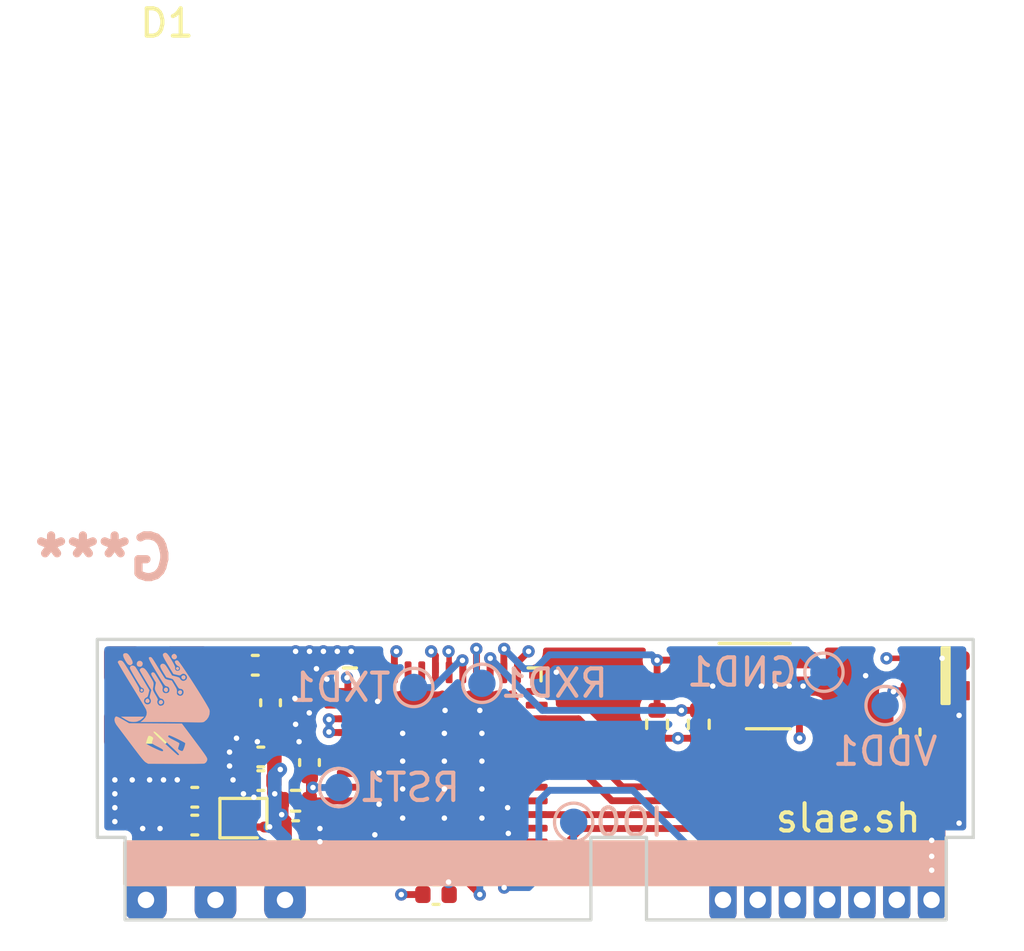
<source format=kicad_pcb>
(kicad_pcb (version 20220815) (generator pcbnew)
  (layers (0 "F.Cu" signal) (1 "In1.Cu" signal) (2 "In2.Cu" signal) (31 "B.Cu" signal) (34 "B.Paste" user) (35 "F.Paste" user) (36 "B.SilkS" user "B.Silkscreen") (37 "F.SilkS" user "F.Silkscreen") (38 "B.Mask" user) (39 "F.Mask" user) (44 "Edge.Cuts" user))
  (net 0 "")
  (net 17 "BOARD_IO4")
  (net 18 "BOARD_IO5")
  (net 21 "SCL")
  (net 23 "SDA")
  (net 29 "GND")
  (net 30 "VIN")
  (net 31 "Net-(U1-U0RXD{slash}IO3)")
  (net 32 "VDD3V3")
  (net 33 "Net-(U1-EN)")
  (net 34 "ESP_ANT")
  (net 35 "Net-(J2-Pin_1)")
  (net 37 "WS2812_DIN")
  (net 38 "Net-(U1-IO0)")
  (net 39 "Net-(U1-U0TXD{slash}IO1)")
  (net 42 "MTDI{slash}IO12")
  (net 44 "BOARD_IO0")
  (net 45 "BOARD_IO1")
  (net 46 "BOARD_IO2")
  (net 47 "BOARD_IO3")
  (footprint "Resistor_SMD:R_0402_1005Metric" (layer "F.Cu") (at 72.898 85.471 -90)
    (fp_text reference "R2" hide)
    (fp_text value "10k")
    (pad "1" smd roundrect (at -0.51 0 270) (size 0.54 0.64) (layers "F.Cu" "F.Paste" "F.Mask") (net 23 "SDA"))
    (pad "2" smd roundrect (at 0.51 0 270) (size 0.54 0.64) (layers "F.Cu" "F.Paste" "F.Mask") (net 32 "VDD3V3"))
  )
  (footprint "Package_DFN_QFN:QFN-48-1EP_7x7mm_P0.5mm_EP5.3x5.3mm" (layer "F.Cu") (at 63.525 87.02)
    (fp_text reference "U1" hide)
    (fp_text value "ESP32-PICO-D4" hide)
    (pad "1" smd roundrect (at -3.45 -2.75) (size 0.8 0.25) (layers "F.Cu" "F.Paste" "F.Mask") (net 32 "VDD3V3"))
    (pad "2" smd roundrect (at -3.45 -2.25) (size 0.8 0.25) (layers "F.Cu" "F.Paste" "F.Mask") (net 34 "ESP_ANT"))
    (pad "3" smd roundrect (at -3.45 -1.75) (size 0.8 0.25) (layers "F.Cu" "F.Paste" "F.Mask") (net 32 "VDD3V3"))
    (pad "4" smd roundrect (at -3.45 -1.25) (size 0.8 0.25) (layers "F.Cu" "F.Paste" "F.Mask") (net 32 "VDD3V3"))
    (pad "5" smd roundrect (at -3.45 -0.75) (size 0.8 0.25) (layers "F.Cu" "F.Paste" "F.Mask"))
    (pad "6" smd roundrect (at -3.45 -0.25) (size 0.8 0.25) (layers "F.Cu" "F.Paste" "F.Mask"))
    (pad "7" smd roundrect (at -3.45 0.25) (size 0.8 0.25) (layers "F.Cu" "F.Paste" "F.Mask"))
    (pad "8" smd roundrect (at -3.45 0.75) (size 0.8 0.25) (layers "F.Cu" "F.Paste" "F.Mask"))
    (pad "9" smd roundrect (at -3.45 1.25) (size 0.8 0.25) (layers "F.Cu" "F.Paste" "F.Mask") (net 33 "Net-(U1-EN)"))
    (pad "10" smd roundrect (at -3.45 1.75) (size 0.8 0.25) (layers "F.Cu" "F.Paste" "F.Mask"))
    (pad "11" smd roundrect (at -3.45 2.25) (size 0.8 0.25) (layers "F.Cu" "F.Paste" "F.Mask"))
    (pad "12" smd roundrect (at -3.45 2.75) (size 0.8 0.25) (layers "F.Cu" "F.Paste" "F.Mask"))
    (pad "13" smd roundrect (at -2.75 3.45) (size 0.25 0.8) (layers "F.Cu" "F.Paste" "F.Mask"))
    (pad "14" smd roundrect (at -2.25 3.45) (size 0.25 0.8) (layers "F.Cu" "F.Paste" "F.Mask"))
    (pad "15" smd roundrect (at -1.75 3.45) (size 0.25 0.8) (layers "F.Cu" "F.Paste" "F.Mask"))
    (pad "16" smd roundrect (at -1.25 3.45) (size 0.25 0.8) (layers "F.Cu" "F.Paste" "F.Mask"))
    (pad "17" smd roundrect (at -0.75 3.45) (size 0.25 0.8) (layers "F.Cu" "F.Paste" "F.Mask"))
    (pad "18" smd roundrect (at -0.25 3.45) (size 0.25 0.8) (layers "F.Cu" "F.Paste" "F.Mask") (net 42 "MTDI{slash}IO12"))
    (pad "19" smd roundrect (at 0.25 3.45) (size 0.25 0.8) (layers "F.Cu" "F.Paste" "F.Mask") (net 32 "VDD3V3"))
    (pad "20" smd roundrect (at 0.75 3.45) (size 0.25 0.8) (layers "F.Cu" "F.Paste" "F.Mask") (net 18 "BOARD_IO5"))
    (pad "21" smd roundrect (at 1.25 3.45) (size 0.25 0.8) (layers "F.Cu" "F.Paste" "F.Mask"))
    (pad "22" smd roundrect (at 1.75 3.45) (size 0.25 0.8) (layers "F.Cu" "F.Paste" "F.Mask"))
    (pad "23" smd roundrect (at 2.25 3.45) (size 0.25 0.8) (layers "F.Cu" "F.Paste" "F.Mask") (net 38 "Net-(U1-IO0)"))
    (pad "24" smd roundrect (at 2.75 3.45) (size 0.25 0.8) (layers "F.Cu" "F.Paste" "F.Mask") (net 17 "BOARD_IO4"))
    (pad "25" smd roundrect (at 3.45 2.75) (size 0.8 0.25) (layers "F.Cu" "F.Paste" "F.Mask"))
    (pad "26" smd roundrect (at 3.45 2.25) (size 0.8 0.25) (layers "F.Cu" "F.Paste" "F.Mask"))
    (pad "27" smd roundrect (at 3.45 1.75) (size 0.8 0.25) (layers "F.Cu" "F.Paste" "F.Mask"))
    (pad "28" smd roundrect (at 3.45 1.25) (size 0.8 0.25) (layers "F.Cu" "F.Paste" "F.Mask"))
    (pad "29" smd roundrect (at 3.45 0.75) (size 0.8 0.25) (layers "F.Cu" "F.Paste" "F.Mask"))
    (pad "30" smd roundrect (at 3.45 0.25) (size 0.8 0.25) (layers "F.Cu" "F.Paste" "F.Mask"))
    (pad "31" smd roundrect (at 3.45 -0.25) (size 0.8 0.25) (layers "F.Cu" "F.Paste" "F.Mask"))
    (pad "32" smd roundrect (at 3.45 -0.75) (size 0.8 0.25) (layers "F.Cu" "F.Paste" "F.Mask") (net 46 "BOARD_IO2"))
    (pad "33" smd roundrect (at 3.45 -1.25) (size 0.8 0.25) (layers "F.Cu" "F.Paste" "F.Mask") (net 45 "BOARD_IO1"))
    (pad "34" smd roundrect (at 3.45 -1.75) (size 0.8 0.25) (layers "F.Cu" "F.Paste" "F.Mask") (net 44 "BOARD_IO0"))
    (pad "35" smd roundrect (at 3.45 -2.25) (size 0.8 0.25) (layers "F.Cu" "F.Paste" "F.Mask"))
    (pad "36" smd roundrect (at 3.45 -2.75) (size 0.8 0.25) (layers "F.Cu" "F.Paste" "F.Mask"))
    (pad "37" smd roundrect (at 2.75 -3.45) (size 0.25 0.8) (layers "F.Cu" "F.Paste" "F.Mask") (net 32 "VDD3V3"))
    (pad "38" smd roundrect (at 2.25 -3.45) (size 0.25 0.8) (layers "F.Cu" "F.Paste" "F.Mask") (net 21 "SCL"))
    (pad "39" smd roundrect (at 1.75 -3.45) (size 0.25 0.8) (layers "F.Cu" "F.Paste" "F.Mask") (net 23 "SDA"))
    (pad "40" smd roundrect (at 1.25 -3.45) (size 0.25 0.8) (layers "F.Cu" "F.Paste" "F.Mask") (net 31 "Net-(U1-U0RXD{slash}IO3)"))
    (pad "41" smd roundrect (at 0.75 -3.45) (size 0.25 0.8) (layers "F.Cu" "F.Paste" "F.Mask") (net 39 "Net-(U1-U0TXD{slash}IO1)"))
    (pad "42" smd roundrect (at 0.25 -3.45) (size 0.25 0.8) (layers "F.Cu" "F.Paste" "F.Mask") (net 37 "WS2812_DIN"))
    (pad "43" smd roundrect (at -0.25 -3.45) (size 0.25 0.8) (layers "F.Cu" "F.Paste" "F.Mask") (net 32 "VDD3V3"))
    (pad "44" smd roundrect (at -0.75 -3.45) (size 0.25 0.8) (layers "F.Cu" "F.Paste" "F.Mask"))
    (pad "45" smd roundrect (at -1.25 -3.45) (size 0.25 0.8) (layers "F.Cu" "F.Paste" "F.Mask"))
    (pad "46" smd roundrect (at -1.75 -3.45) (size 0.25 0.8) (layers "F.Cu" "F.Paste" "F.Mask") (net 32 "VDD3V3"))
    (pad "47" smd roundrect (at -2.25 -3.45) (size 0.25 0.8) (layers "F.Cu" "F.Paste" "F.Mask"))
    (pad "48" smd roundrect (at -2.75 -3.45) (size 0.25 0.8) (layers "F.Cu" "F.Paste" "F.Mask"))
    (pad "49" smd rect (at 0 0) (size 5.3 5.3) (layers "F.Cu" "F.Mask") (net 29 "GND"))
  )
  (footprint "my-stuff:ws2812b-2020" (layer "F.Cu") (at 81.534 83.693)
    (fp_text reference "D1" (at -28.067 -23.852 unlocked) (layer "F.SilkS"))
    (fp_text value "WS2812B-2020")
    (pad "1" smd roundrect (at 0.915 0.55) (size 0.7 0.7) (layers "F.Cu" "F.Paste" "F.Mask") (roundrect_rratio 0.05))
    (pad "2" smd roundrect (at 0.915 -0.55) (size 0.7 0.7) (layers "F.Cu" "F.Paste" "F.Mask") (net 29 "GND"))
    (pad "3" smd roundrect (at -0.915 -0.55) (size 0.7 0.7) (layers "F.Cu" "F.Paste" "F.Mask") (net 37 "WS2812_DIN"))
    (pad "4" smd roundrect (at -0.915 0.55) (size 0.7 0.7) (layers "F.Cu" "F.Paste" "F.Mask") (net 32 "VDD3V3"))
  )
  (footprint "Package_DFN_QFN:OnSemi_XDFN4-1EP_1.0x1.0mm_EP0.52x0.52mm" (layer "F.Cu") (at 56.261 88.9 -90)
    (fp_text reference "U2" hide)
    (fp_text value "NCP167" hide)
    (pad "1" smd custom (at 0.325 -0.485 90) (size 0.26 0.23) (layers "F.Cu" "F.Paste" "F.Mask") (net 32 "VDD3V3") (options (clearance outline) (anchor rect)) (primitives (gr_poly (pts (xy 0.13 -0.115) (xy -0.13 -0.115) (xy -0.13 -0.275) (xy -0.02 -0.275)) (width 0) (fill yes))))
    (pad "2" smd custom (at -0.325 -0.485 90) (size 0.26 0.23) (layers "F.Cu" "F.Paste" "F.Mask") (net 29 "GND") (options (clearance outline) (anchor rect)) (primitives (gr_poly (pts (xy 0.13 -0.115) (xy -0.13 -0.115) (xy 0.02 -0.275) (xy 0.13 -0.275)) (width 0) (fill yes))))
    (pad "3" smd custom (at -0.325 0.485 270) (size 0.26 0.23) (layers "F.Cu" "F.Paste" "F.Mask") (net 30 "VIN") (options (clearance outline) (anchor rect)) (primitives (gr_poly (pts (xy 0.13 -0.115) (xy -0.13 -0.115) (xy -0.13 -0.275) (xy -0.02 -0.275)) (width 0) (fill yes))))
    (pad "4" smd custom (at 0.325 0.485 270) (size 0.26 0.23) (layers "F.Cu" "F.Paste" "F.Mask") (net 30 "VIN") (options (clearance outline) (anchor rect)) (primitives (gr_poly (pts (xy 0.13 -0.115) (xy -0.13 -0.115) (xy 0.02 -0.275) (xy 0.13 -0.275)) (width 0) (fill yes))))
    (pad "5" smd rect (at 0 0 315) (size 0.52 0.52) (layers "F.Cu" "F.Paste" "F.Mask"))
  )
  (footprint "Capacitor_SMD:C_0402_1005Metric" (layer "F.Cu") (at 80.6196 85.7504 -90)
    (fp_text reference "C9" hide)
    (fp_text value "100nF")
    (pad "1" smd roundrect (at -0.48 0 270) (size 0.56 0.62) (layers "F.Cu" "F.Paste" "F.Mask") (net 32 "VDD3V3"))
    (pad "2" smd roundrect (at 0.48 0 270) (size 0.56 0.62) (layers "F.Cu" "F.Paste" "F.Mask") (net 29 "GND"))
  )
  (footprint "my-stuff:inwall-relay-cpu" (layer "F.Cu") (at 51.937 82.6195)
    (fp_text reference "J1" hide)
    (fp_text value "Conn_01x09_Male")
    (fp_poly (pts (xy 0 6.985) (xy -1.016 6.985) (xy -1.016 -0.254) (xy 30.988 -0.254) (xy 30.988 6.985) (xy 30 6.985) (xy 30 10) (xy 19.05 10) (xy 19.05 6.985) (xy 17.018 6.985) (xy 17.018 10) (xy 0 10)) (stroke (width 0.12)) (fill none) (layer "Edge.Cuts"))
    (pad "1" thru_hole roundrect (at 0.762 9.271) (size 1.524 1.5) (drill 0.6) (layers *.Cu *.Mask) (net 29 "GND"))
    (pad "1" thru_hole roundrect (at 29.464 9.271 90) (size 1.5 1) (drill 0.6) (layers *.Cu *.Mask) (net 29 "GND"))
    (pad "2" thru_hole roundrect (at 3.302 9.271) (size 1.524 1.5) (drill 0.6) (layers *.Cu *.Mask) (net 30 "VIN"))
    (pad "3" thru_hole roundrect (at 5.842 9.271) (size 1.524 1.5) (drill 0.6) (layers *.Cu *.Mask) (net 32 "VDD3V3"))
    (pad "4" thru_hole roundrect (at 28.194 9.271 90) (size 1.5 1) (drill 0.6) (layers *.Cu *.Mask) (net 44 "BOARD_IO0"))
    (pad "5" thru_hole roundrect (at 26.924 9.271 90) (size 1.5 1) (drill 0.6) (layers *.Cu *.Mask) (net 45 "BOARD_IO1"))
    (pad "6" thru_hole roundrect (at 25.654 9.271 90) (size 1.5 1) (drill 0.6) (layers *.Cu *.Mask) (net 46 "BOARD_IO2"))
    (pad "7" thru_hole roundrect (at 24.384 9.271 90) (size 1.5 1) (drill 0.6) (layers *.Cu *.Mask) (net 47 "BOARD_IO3"))
    (pad "8" thru_hole roundrect (at 23.114 9.271 90) (size 1.5 1) (drill 0.6) (layers *.Cu *.Mask) (net 17 "BOARD_IO4"))
    (pad "9" thru_hole roundrect (at 21.844 9.271 90) (size 1.5 1) (drill 0.6) (layers *.Cu *.Mask) (net 18 "BOARD_IO5"))
  )
  (footprint "Capacitor_SMD:C_0402_1005Metric" (layer "F.Cu") (at 56.896 87.5284 180)
    (fp_text reference "C2" hide)
    (fp_text value "1uF")
    (pad "1" smd roundrect (at -0.48 0 180) (size 0.56 0.62) (layers "F.Cu" "F.Paste" "F.Mask") (net 32 "VDD3V3"))
    (pad "2" smd roundrect (at 0.48 0 180) (size 0.56 0.62) (layers "F.Cu" "F.Paste" "F.Mask") (net 29 "GND"))
  )
  (footprint "Capacitor_SMD:C_0402_1005Metric" (layer "F.Cu") (at 58.674 86.868 90)
    (fp_text reference "C7" hide)
    (fp_text value "1uF")
    (pad "1" smd roundrect (at -0.48 0 90) (size 0.56 0.62) (layers "F.Cu" "F.Paste" "F.Mask") (net 33 "Net-(U1-EN)"))
    (pad "2" smd roundrect (at 0.48 0 90) (size 0.56 0.62) (layers "F.Cu" "F.Paste" "F.Mask") (net 29 "GND"))
  )
  (footprint "Capacitor_SMD:C_0402_1005Metric" (layer "F.Cu") (at 58.166 89.3572)
    (fp_text reference "C11" hide)
    (fp_text value "100nF")
    (pad "1" smd roundrect (at -0.48 0) (size 0.56 0.62) (layers "F.Cu" "F.Paste" "F.Mask") (net 32 "VDD3V3"))
    (pad "2" smd roundrect (at 0.48 0) (size 0.56 0.62) (layers "F.Cu" "F.Paste" "F.Mask") (net 29 "GND"))
  )
  (footprint "Capacitor_SMD:C_0402_1005Metric" (layer "F.Cu") (at 57.2516 84.6836 -90)
    (fp_text reference "C3" hide)
    (fp_text value "4.3nH" hide)
    (pad "1" smd roundrect (at -0.48 0 270) (size 0.56 0.62) (layers "F.Cu" "F.Paste" "F.Mask") (net 34 "ESP_ANT"))
    (pad "2" smd roundrect (at 0.48 0 270) (size 0.56 0.62) (layers "F.Cu" "F.Paste" "F.Mask") (net 29 "GND"))
  )
  (footprint "Capacitor_SMD:C_0402_1005Metric" (layer "F.Cu") (at 63.2968 91.694 180)
    (fp_text reference "C10" hide)
    (fp_text value "100nF")
    (pad "1" smd roundrect (at -0.48 0 180) (size 0.56 0.62) (layers "F.Cu" "F.Paste" "F.Mask") (net 32 "VDD3V3"))
    (pad "2" smd roundrect (at 0.48 0 180) (size 0.56 0.62) (layers "F.Cu" "F.Paste" "F.Mask") (net 29 "GND"))
  )
  (footprint "Package_TO_SOT_SMD:SOT-23-5" (layer "F.Cu") (at 75.438 84.074)
    (fp_text reference "U3" hide)
    (fp_text value "24AA02-OT")
    (pad "1" smd roundrect (at -1.1375 -0.95) (size 1.325 0.6) (layers "F.Cu" "F.Paste" "F.Mask") (net 21 "SCL"))
    (pad "2" smd roundrect (at -1.1375 0) (size 1.325 0.6) (layers "F.Cu" "F.Paste" "F.Mask") (net 29 "GND"))
    (pad "3" smd roundrect (at -1.1375 0.95) (size 1.325 0.6) (layers "F.Cu" "F.Paste" "F.Mask") (net 23 "SDA"))
    (pad "4" smd roundrect (at 1.1375 0.95) (size 1.325 0.6) (layers "F.Cu" "F.Paste" "F.Mask") (net 32 "VDD3V3"))
    (pad "5" smd roundrect (at 1.1375 -0.95) (size 1.325 0.6) (layers "F.Cu" "F.Paste" "F.Mask"))
  )
  (footprint "Resistor_SMD:R_0402_1005Metric" (layer "F.Cu") (at 71.374 85.471 -90)
    (fp_text reference "R3" hide)
    (fp_text value "10k")
    (pad "1" smd roundrect (at -0.51 0 270) (size 0.54 0.64) (layers "F.Cu" "F.Paste" "F.Mask") (net 21 "SCL"))
    (pad "2" smd roundrect (at 0.51 0 270) (size 0.54 0.64) (layers "F.Cu" "F.Paste" "F.Mask") (net 32 "VDD3V3"))
  )
  (footprint "Inductor_SMD:L_0402_1005Metric" (layer "F.Cu") (at 56.0832 84.6836 90)
    (fp_text reference "C5" hide)
    (fp_text value "C" hide)
    (pad "1" smd roundrect (at -0.485 0 90) (size 0.59 0.64) (layers "F.Cu" "F.Paste" "F.Mask") (net 29 "GND"))
    (pad "2" smd roundrect (at 0.485 0 90) (size 0.59 0.64) (layers "F.Cu" "F.Paste" "F.Mask") (net 35 "Net-(J2-Pin_1)"))
  )
  (footprint "Resistor_SMD:R_0402_1005Metric" (layer "F.Cu") (at 58.166 88.265)
    (fp_text reference "R1" hide)
    (fp_text value "10k")
    (pad "1" smd roundrect (at -0.51 0) (size 0.54 0.64) (layers "F.Cu" "F.Paste" "F.Mask") (net 32 "VDD3V3"))
    (pad "2" smd roundrect (at 0.51 0) (size 0.54 0.64) (layers "F.Cu" "F.Paste" "F.Mask") (net 33 "Net-(U1-EN)"))
  )
  (footprint "Capacitor_SMD:C_0402_1005Metric" (layer "F.Cu") (at 54.483 89.154 180)
    (fp_text reference "C1" hide)
    (fp_text value "1uF")
    (pad "1" smd roundrect (at -0.48 0 180) (size 0.56 0.62) (layers "F.Cu" "F.Paste" "F.Mask") (net 30 "VIN"))
    (pad "2" smd roundrect (at 0.48 0 180) (size 0.56 0.62) (layers "F.Cu" "F.Paste" "F.Mask") (net 29 "GND"))
  )
  (footprint "Capacitor_SMD:C_0402_1005Metric" (layer "F.Cu") (at 56.6928 83.312 180)
    (fp_text reference "C4" hide)
    (fp_text value "0R" hide)
    (pad "1" smd roundrect (at -0.48 0 180) (size 0.56 0.62) (layers "F.Cu" "F.Paste" "F.Mask") (net 34 "ESP_ANT"))
    (pad "2" smd roundrect (at 0.48 0 180) (size 0.56 0.62) (layers "F.Cu" "F.Paste" "F.Mask") (net 35 "Net-(J2-Pin_1)"))
  )
  (footprint "my-stuff:antenna_molex_479480001" (layer "F.Cu") (at 53.017723 84.470324 90)
    (fp_text reference "J2" hide)
    (fp_text value "ANTENNA" hide)
    (pad "" smd roundrect (at -1.175 -1.175 90) (size 1.35 1.35) (layers "F.Cu" "F.Paste" "F.Mask") (roundrect_rratio 0.15))
    (pad "" smd roundrect (at -1.175 1.175 90) (size 1.35 1.35) (layers "F.Cu" "F.Paste" "F.Mask") (roundrect_rratio 0.15))
    (pad "" smd roundrect (at 1.175 -1.175 90) (size 1.35 1.35) (layers "F.Cu" "F.Paste" "F.Mask") (roundrect_rratio 0.15))
    (pad "1" smd roundrect (at 1.175 1.175 90) (size 1.35 1.35) (layers "F.Cu" "F.Paste" "F.Mask") (roundrect_rratio 0.05) (net 35 "Net-(J2-Pin_1)"))
  )
  (footprint "Capacitor_SMD:C_0402_1005Metric" (layer "F.Cu") (at 54.483 88.138 180)
    (fp_text reference "C8" hide)
    (fp_text value "10uF")
    (pad "1" smd roundrect (at -0.48 0 180) (size 0.56 0.62) (layers "F.Cu" "F.Paste" "F.Mask") (net 30 "VIN"))
    (pad "2" smd roundrect (at 0.48 0 180) (size 0.56 0.62) (layers "F.Cu" "F.Paste" "F.Mask") (net 29 "GND"))
  )
  (footprint "Capacitor_SMD:C_0402_1005Metric" (layer "F.Cu") (at 56.896 86.6648 180)
    (fp_text reference "C6" hide)
    (fp_text value "10uF")
    (pad "1" smd roundrect (at -0.48 0 180) (size 0.56 0.62) (layers "F.Cu" "F.Paste" "F.Mask") (net 32 "VDD3V3"))
    (pad "2" smd roundrect (at 0.48 0 180) (size 0.56 0.62) (layers "F.Cu" "F.Paste" "F.Mask") (net 29 "GND"))
  )
  (footprint "TestPoint:TestPoint_Pad_D1.0mm" (layer "B.Cu") (at 64.9732 83.9724 180)
    (fp_text reference "RXD1" (at -2.6416 0) (layer "B.SilkS") (effects (justify mirror)))
    (fp_text value "TestPoint")
    (pad "1" smd circle (at 0 0 180) (size 1 1) (layers "B.Cu" "B.Mask") (net 31 "Net-(U1-U0RXD{slash}IO3)"))
  )
  (footprint "TestPoint:TestPoint_Pad_D1.0mm" (layer "B.Cu") (at 79.7052 84.7852 180)
    (fp_text reference "VDD1" (at 0 -1.6764) (layer "B.SilkS") (effects (justify mirror)))
    (fp_text value "TestPoint")
    (pad "1" smd circle (at 0 0 180) (size 1 1) (layers "B.Cu" "B.Mask") (net 32 "VDD3V3"))
  )
  (footprint "TestPoint:TestPoint_Pad_D1.0mm" (layer "B.Cu") (at 62.484 84.1248 180)
    (fp_text reference "TXD1" (at 2.6924 0) (layer "B.SilkS") (effects (justify mirror)))
    (fp_text value "TestPoint")
    (pad "1" smd circle (at 0 0 180) (size 1 1) (layers "B.Cu" "B.Mask") (net 39 "Net-(U1-U0TXD{slash}IO1)"))
  )
  (footprint "LOGO" (layer "B.Cu") (at 53.2892 84.8868 180)
    (fp_text reference "G***" (at 2.1336 5.4864) (layer "B.SilkS") (effects (font (size 1.524 1.524) (thickness 0.3)) (justify mirror)))
    (fp_text value "LOGO" hide)
  )
  (footprint "TestPoint:TestPoint_Pad_D1.0mm" (layer "B.Cu") (at 59.7408 87.7824 180)
    (fp_text reference "RST1" (at -2.5908 0) (layer "B.SilkS") (effects (justify mirror)))
    (fp_text value "TestPoint")
    (pad "1" smd circle (at 0 0 180) (size 1 1) (layers "B.Cu" "B.Mask") (net 33 "Net-(U1-EN)"))
  )
  (footprint "TestPoint:TestPoint_Pad_D1.0mm" (layer "B.Cu") (at 77.47 83.566 180)
    (fp_text reference "GND1" (at 2.9972 0) (layer "B.SilkS") (effects (justify mirror)))
    (fp_text value "TestPoint")
    (pad "1" smd circle (at 0 0 180) (size 1 1) (layers "B.Cu" "B.Mask") (net 29 "GND"))
  )
  (footprint "TestPoint:TestPoint_Pad_D1.0mm" (layer "B.Cu") (at 68.326 89.0524 180)
    (fp_text reference "IO0" (at -2.032 0) (layer "B.SilkS") (effects (justify mirror)))
    (fp_text value "TestPoint")
    (pad "1" smd circle (at 0 0 180) (size 1 1) (layers "B.Cu" "B.Mask") (net 38 "Net-(U1-IO0)"))
  )
  (gr_poly (pts (xy 51.943 89.789) (xy 59.309 89.789) (xy 67.691 89.789) (xy 81.915 89.789) (xy 81.915 91.313) (xy 51.943 91.313)) (stroke (width 0.15)) (fill solid) (layer "B.SilkS"))
  (gr_poly locked (pts (xy 51.943 89.789) (xy 59.309 89.789) (xy 59.309 91.059) (xy 67.691 91.059) (xy 67.691 89.789) (xy 81.915 89.789) (xy 81.915 91.313) (xy 51.943 91.313)) (stroke (width 0.15)) (fill solid) (layer "F.SilkS"))
  (gr_text "slae.sh" (at 78.359 88.9) (layer "F.SilkS") (effects (font (size 1 1))))
  (segment (start 68.6054 89.281) (end 67.4116 90.4748) (width 0.25) (layer "F.Cu") (net 17))
  (segment (start 73.7362 89.281) (end 68.6054 89.281) (width 0.25) (layer "F.Cu") (net 17))
  (segment (start 75.051 90.5958) (end 73.7362 89.281) (width 0.25) (layer "F.Cu") (net 17))
  (segment (start 75.051 91.8905) (end 75.051 90.5958) (width 0.25) (layer "F.Cu") (net 17))
  (segment (start 67.4116 90.4748) (end 66.2798 90.4748) (width 0.25) (layer "F.Cu") (net 17))
  (segment (start 66.2798 90.4748) (end 66.275 90.47) (width 0.25) (layer "F.Cu") (net 17))
  (segment (start 64.275 90.47) (end 64.275 91.072) (width 0.25) (layer "F.Cu") (net 18))
  (segment (start 64.275 91.072) (end 64.643 91.44) (width 0.25) (layer "F.Cu") (net 18))
  (segment (start 64.643 91.44) (end 64.897 91.694) (width 0.25) (layer "F.Cu") (net 18))
  (via (at 64.897 91.694) (size 0.45) (drill 0.2) (layers "F.Cu" "B.Cu") (net 18))
  (segment (start 64.897 91.694) (end 64.897 91.186) (width 0.25) (layer "B.Cu") (net 18))
  (segment (start 73.781 91.18) (end 73.781 91.8905) (width 0.25) (layer "B.Cu") (net 18))
  (segment (start 70.485 87.884) (end 73.781 91.18) (width 0.25) (layer "B.Cu") (net 18))
  (segment (start 67.056 89.789) (end 67.056 88.265) (width 0.25) (layer "B.Cu") (net 18))
  (segment (start 67.056 88.265) (end 67.437 87.884) (width 0.25) (layer "B.Cu") (net 18))
  (segment (start 64.897 91.186) (end 65.532 90.551) (width 0.25) (layer "B.Cu") (net 18))
  (segment (start 66.294 90.551) (end 67.056 89.789) (width 0.25) (layer "B.Cu") (net 18))
  (segment (start 67.437 87.884) (end 70.485 87.884) (width 0.25) (layer "B.Cu") (net 18))
  (segment (start 65.532 90.551) (end 66.294 90.551) (width 0.25) (layer "B.Cu") (net 18))
  (segment (start 71.374 83.1285) (end 71.374 84.961) (width 0.25) (layer "F.Cu") (net 21))
  (segment (start 65.775 82.726) (end 65.775 83.57) (width 0.25) (layer "F.Cu") (net 21))
  (segment (start 71.374 83.1285) (end 71.3785 83.124) (width 0.25) (layer "F.Cu") (net 21))
  (segment (start 65.786 82.715) (end 65.775 82.726) (width 0.25) (layer "F.Cu") (net 21))
  (segment (start 71.3785 83.124) (end 74.3005 83.124) (width 0.25) (layer "F.Cu") (net 21))
  (via (at 71.374 83.1285) (size 0.45) (drill 0.2) (layers "F.Cu" "B.Cu") (net 21))
  (via (at 65.786 82.715) (size 0.45) (drill 0.2) (layers "F.Cu" "B.Cu") (net 21))
  (segment (start 71.374 83.1285) (end 71.1765 82.931) (width 0.25) (layer "B.Cu") (net 21))
  (segment (start 66.929 83.439) (end 66.51 83.439) (width 0.25) (layer "B.Cu") (net 21))
  (segment (start 71.1765 82.931) (end 67.437 82.931) (width 0.25) (layer "B.Cu") (net 21))
  (segment (start 66.51 83.439) (end 65.786 82.715) (width 0.25) (layer "B.Cu") (net 21))
  (segment (start 67.437 82.931) (end 66.929 83.439) (width 0.25) (layer "B.Cu") (net 21))
  (segment (start 72.263 84.963) (end 74.2395 84.963) (width 0.25) (layer "F.Cu") (net 23))
  (segment (start 65.278 83.058) (end 65.275 83.061) (width 0.25) (layer "F.Cu") (net 23))
  (segment (start 65.275 83.061) (end 65.275 83.57) (width 0.25) (layer "F.Cu") (net 23))
  (segment (start 74.2395 84.963) (end 74.3005 85.024) (width 0.25) (layer "F.Cu") (net 23))
  (via (at 72.263 84.963) (size 0.45) (drill 0.2) (layers "F.Cu" "B.Cu") (net 23))
  (via (at 65.278 83.058) (size 0.45) (drill 0.2) (layers "F.Cu" "B.Cu") (net 23))
  (segment (start 72.263 84.963) (end 67.183 84.963) (width 0.25) (layer "B.Cu") (net 23))
  (segment (start 67.183 84.963) (end 65.278 83.058) (width 0.25) (layer "B.Cu") (net 23))
  (segment (start 56.746 88.575) (end 56.746 88.242) (width 0.25) (layer "F.Cu") (net 29))
  (segment (start 62.8168 91.694) (end 62.0268 91.694) (width 0.25) (layer "F.Cu") (net 29))
  (segment (start 56.0832 85.1686) (end 56.007 85.2448) (width 0.25) (layer "F.Cu") (net 29))
  (segment (start 81.873 83.143) (end 81.788 83.058) (width 0.25) (layer "F.Cu") (net 29))
  (segment (start 57.023 85.852) (end 56.9341 85.9409) (width 0.25) (layer "F.Cu") (net 29))
  (segment (start 57.2516 85.6234) (end 56.9341 85.9409) (width 0.25) (layer "F.Cu") (net 29))
  (segment (start 81.407 88.773) (end 81.534 88.646) (width 1) (layer "F.Cu") (net 29))
  (segment (start 56.746 88.575) (end 56.698 88.575) (width 0.25) (layer "F.Cu") (net 29))
  (segment (start 82.449 83.143) (end 81.873 83.143) (width 0.25) (layer "F.Cu") (net 29))
  (segment (start 56.746 88.369) (end 56.515 88.138) (width 0.25) (layer "F.Cu") (net 29))
  (segment (start 56.515 88.138) (end 56.515 88.011) (width 0.25) (layer "F.Cu") (net 29))
  (segment (start 56.388 88.138) (end 56.261 88.011) (width 0.25) (layer "F.Cu") (net 29))
  (segment (start 56.9341 85.9409) (end 56.769 86.106) (width 0.25) (layer "F.Cu") (net 29))
  (segment (start 58.674 86.388) (end 58.674 86.36) (width 0.25) (layer "F.Cu") (net 29))
  (segment (start 58.674 86.36) (end 58.166 85.852) (width 0.25) (layer "F.Cu") (net 29))
  (segment (start 57.2516 85.1636) (end 57.2516 85.6234) (width 0.25) (layer "F.Cu") (net 29))
  (segment (start 52.699 91.8905) (end 52.699 89.6814) (width 1) (layer "F.Cu") (net 29))
  (segment (start 58.166 85.852) (end 57.023 85.852) (width 0.25) (layer "F.Cu") (net 29))
  (segment (start 56.388 88.011) (end 56.388 87.884) (width 0.25) (layer "F.Cu") (net 29))
  (segment (start 81.407 91.8845) (end 81.407 88.773) (width 1) (layer "F.Cu") (net 29))
  (segment (start 81.401 91.8905) (end 81.407 91.8845) (width 0.25) (layer "F.Cu") (net 29))
  (segment (start 56.388 88.265) (end 56.388 88.138) (width 0.25) (layer "F.Cu") (net 29))
  (segment (start 56.746 88.242) (end 56.746 87.988) (width 0.25) (layer "F.Cu") (net 29))
  (segment (start 56.746 88.575) (end 56.746 88.369) (width 0.25) (layer "F.Cu") (net 29))
  (segment (start 56.698 88.575) (end 56.388 88.265) (width 0.25) (layer "F.Cu") (net 29))
  (segment (start 56.746 87.988) (end 56.642 87.884) (width 0.25) (layer "F.Cu") (net 29))
  (segment (start 56.515 88.138) (end 56.388 88.011) (width 0.25) (layer "F.Cu") (net 29))
  (segment (start 56.007 85.2448) (end 56.007 85.979) (width 0.25) (layer "F.Cu") (net 29))
  (via (at 62.0268 91.694) (size 0.45) (drill 0.2) (layers "F.Cu" "B.Cu") (net 29))
  (via (at 75.692 84.074) (size 0.45) (drill 0.2) (layers "F.Cu" "B.Cu") (net 29))
  (via (at 63.627 84.963) (size 0.45) (drill 0.2) (layers "F.Cu" "B.Cu") (net 29))
  (via (at 59.055 89.281) (size 0.45) (drill 0.2) (layers "F.Cu" "B.Cu") (net 29))
  (via (at 63.6016 87.8332) (size 0.45) (drill 0.2) (layers "F.Cu" "B.Cu") (net 29))
  (via (at 55.753 86.995) (size 0.45) (drill 0.2) (layers "F.Cu" "B.Cu") (net 29))
  (via (at 58.166 85.471) (size 0.45) (drill 0.2) (layers "F.Cu" "B.Cu") (net 29))
  (via (at 56.769 86.106) (size 0.45) (drill 0.2) (layers "F.Cu" "B.Cu") (net 29))
  (via (at 58.666007 85.053486) (size 0.45) (drill 0.2) (layers "F.Cu" "B.Cu") (net 29))
  (via (at 64.9732 87.8332) (size 0.45) (drill 0.2) (layers "F.Cu" "B.Cu") (net 29))
  (via (at 56.261 88.011) (size 0.45) (drill 0.2) (layers "F.Cu" "B.Cu") (net 29))
  (via (at 78.994 83.693) (size 0.45) (drill 0.2) (layers "F.Cu" "B.Cu") (net 29))
  (via (at 52.832 87.503) (size 0.45) (drill 0.2) (layers "F.Cu" "B.Cu") (net 29))
  (via (at 64.897 84.963) (size 0.45) (drill 0.2) (layers "F.Cu" "B.Cu") (net 29))
  (via (at 58.674 82.804) (size 0.45) (drill 0.2) (layers "F.Cu" "B.Cu") (net 29))
  (via (at 65.913 88.519) (size 0.45) (drill 0.2) (layers "F.Cu" "B.Cu") (net 29))
  (via (at 73.406 84.074) (size 0.45) (drill 0.2) (layers "F.Cu" "B.Cu") (net 29))
  (via (at 76.708 84.074) (size 0.45) (drill 0.2) (layers "F.Cu" "B.Cu") (net 29))
  (via (at 58.14022 84.523493) (size 0.45) (drill 0.2) (layers "F.Cu" "B.Cu") (net 29))
  (via (at 52.578 89.281) (size 0.45) (drill 0.2) (layers "F.Cu" "B.Cu") (net 29))
  (via (at 67.691 83.566) (size 0.45) (drill 0.2) (layers "F.Cu" "B.Cu") (net 29))
  (via (at 51.562 88.011) (size 0.45) (drill 0.2) (layers "F.Cu" "B.Cu") (net 29))
  (via (at 61.1632 84.6328) (size 0.45) (drill 0.2) (layers "F.Cu" "B.Cu") (net 29))
  (via (at 62.0776 86.8172) (size 0.45) (drill 0.2) (layers "F.Cu" "B.Cu") (net 29))
  (via (at 58.928 83.439) (size 0.45) (drill 0.2) (layers "F.Cu" "B.Cu") (net 29))
  (via (at 52.197 87.503) (size 0.45) (drill 0.2) (layers "F.Cu" "B.Cu") (net 29))
  (via (at 61.214 87.249) (size 0.45) (drill 0.2) (layers "F.Cu" "B.Cu") (net 29))
  (via (at 59.69 82.804) (size 0.45) (drill 0.2) (layers "F.Cu" "B.Cu") (net 29))
  (via (at 56.642 88.138) (size 0.45) (drill 0.2) (layers "F.Cu" "B.Cu") (net 29))
  (via (at 51.562 88.519) (size 0.45) (drill 0.2) (layers "F.Cu" "B.Cu") (net 29))
  (via (at 61.0616 89.5096) (size 0.45) (drill 0.2) (layers "F.Cu" "B.Cu") (net 29))
  (via (at 64.9732 85.8012) (size 0.45) (drill 0.2) (layers "F.Cu" "B.Cu") (net 29))
  (via (at 82.408611 89.084965) (size 0.45) (drill 0.2) (layers "F.Cu" "B.Cu") (net 29))
  (via (at 82.408393 85.144767) (size 0.45) (drill 0.2) (layers "F.Cu" "B.Cu") (net 29))
  (via (at 75.184 84.074) (size 0.45) (drill 0.2) (layers "F.Cu" "B.Cu") (net 29))
  (via (at 59.182 82.804) (size 0.45) (drill 0.2) (layers "F.Cu" "B.Cu") (net 29))
  (via (at 81.407 89.7128) (size 0.45) (drill 0.2) (layers "F.Cu" "B.Cu") (net 29))
  (via (at 60.198 82.804) (size 0.45) (drill 0.2) (layers "F.Cu" "B.Cu") (net 29))
  (via (at 58.293 86.106) (size 0.45) (drill 0.2) (layers "F.Cu" "B.Cu") (net 29))
  (via (at 53.34 87.503) (size 0.45) (drill 0.2) (layers "F.Cu" "B.Cu") (net 29))
  (via (at 51.562 87.503) (size 0.45) (drill 0.2) (layers "F.Cu" "B.Cu") (net 29))
  (via (at 81.407 90.805) (size 0.45) (drill 0.2) (layers "F.Cu" "B.Cu") (net 29))
  (via (at 65.9384 89.4588) (size 0.45) (drill 0.2) (layers "F.Cu" "B.Cu") (net 29))
  (via (at 56.007 85.979) (size 0.45) (drill 0.2) (layers "F.Cu" "B.Cu") (net 29))
  (via (at 76.2 84.074) (size 0.45) (drill 0.2) (layers "F.Cu" "B.Cu") (net 29))
  (via (at 63.6016 85.8012) (size 0.45) (drill 0.2) (layers "F.Cu" "B.Cu") (net 29))
  (via (at 64.9732 86.8172) (size 0.45) (drill 0.2) (layers "F.Cu" "B.Cu") (net 29))
  (via (at 62.0776 87.8332) (size 0.45) (drill 0.2) (layers "F.Cu" "B.Cu") (net 29))
  (via (at 81.788 83.058) (size 0.45) (drill 0.2) (layers "F.Cu" "B.Cu") (net 29))
  (via (at 63.6016 88.9) (size 0.45) (drill 0.2) (layers "F.Cu" "B.Cu") (net 29))
  (via (at 59.309 83.82) (size 0.45) (drill 0.2) (layers "F.Cu" "B.Cu") (net 29))
  (via (at 61.214 88.392) (size 0.45) (drill 0.2) (layers "F.Cu" "B.Cu") (net 29))
  (via (at 63.6016 86.8172) (size 0.45) (drill 0.2) (layers "F.Cu" "B.Cu") (net 29))
  (via (at 62.0776 88.9) (size 0.45) (drill 0.2) (layers "F.Cu" "B.Cu") (net 29))
  (via (at 51.562 89.027) (size 0.45) (drill 0.2) (layers "F.Cu" "B.Cu") (net 29))
  (via (at 55.753 86.487) (size 0.45) (drill 0.2) (layers "F.Cu" "B.Cu") (net 29))
  (via (at 58.166 82.804) (size 0.45) (drill 0.2) (layers "F.Cu" "B.Cu") (net 29))
  (via (at 64.9732 88.9) (size 0.45) (drill 0.2) (layers "F.Cu" "B.Cu") (net 29))
  (via (at 55.88 87.503) (size 0.45) (drill 0.2) (layers "F.Cu" "B.Cu") (net 29))
  (via (at 81.407 90.297) (size 0.45) (drill 0.2) (layers "F.Cu" "B.Cu") (net 29))
  (via (at 53.842796 87.500747) (size 0.45) (drill 0.2) (layers "F.Cu" "B.Cu") (net 29))
  (via (at 62.0776 85.8012) (size 0.45) (drill 0.2) (layers "F.Cu" "B.Cu") (net 29))
  (via (at 59.055 89.7636) (size 0.45) (drill 0.2) (layers "F.Cu" "B.Cu") (net 29))
  (via (at 53.213 89.281) (size 0.45) (drill 0.2) (layers "F.Cu" "B.Cu") (net 29))
  (segment (start 51.562 88.011) (end 51.816 88.011) (width 0.25) (layer "B.Cu") (net 29))
  (segment (start 51.562 88.011) (end 51.562 87.503) (width 0.25) (layer "B.Cu") (net 29))
  (segment (start 81.401 91.8905) (end 81.401 89.033) (width 1) (layer "B.Cu") (net 29))
  (segment (start 51.816 88.011) (end 52.699 88.894) (width 0.25) (layer "B.Cu") (net 29))
  (segment (start 52.699 88.894) (end 52.699 91.8905) (width 1) (layer "B.Cu") (net 29))
  (segment (start 55.543 88.575) (end 55.239 88.271) (width 0.25) (layer "F.Cu") (net 30))
  (segment (start 55.239 88.271) (end 55.239 89.414) (width 1) (layer "F.Cu") (net 30))
  (segment (start 55.239 89.414) (end 55.239 91.8905) (width 1) (layer "F.Cu") (net 30))
  (segment (start 55.776 89.225) (end 55.428 89.225) (width 0.25) (layer "F.Cu") (net 30))
  (segment (start 55.428 89.225) (end 55.239 89.414) (width 0.25) (layer "F.Cu") (net 30))
  (segment (start 55.776 88.575) (end 55.543 88.575) (width 0.25) (layer "F.Cu") (net 30))
  (segment (start 64.775 82.72) (end 64.775 83.57) (width 0.25) (layer "F.Cu") (net 31))
  (segment (start 64.77 82.715) (end 64.775 82.72) (width 0.25) (layer "F.Cu") (net 31))
  (via (at 64.77 82.715) (size 0.45) (drill 0.2) (layers "F.Cu" "B.Cu") (net 31))
  (segment (start 64.77 83.7692) (end 64.9732 83.9724) (width 0.2) (layer "B.Cu") (net 31))
  (segment (start 64.77 82.715) (end 64.77 83.7692) (width 0.2) (layer "B.Cu") (net 31))
  (segment (start 66.678877 82.804) (end 66.275 83.207877) (width 0.25) (layer "F.Cu") (net 32))
  (segment (start 76.5755 85.024) (end 76.5755 85.9735) (width 0.25) (layer "F.Cu") (net 32))
  (segment (start 71.374 85.981) (end 72.898 85.981) (width 0.25) (layer "F.Cu") (net 32))
  (segment (start 57.376 87.985) (end 57.376 86.6648) (width 0.5) (layer "F.Cu") (net 32))
  (segment (start 61.775 82.878) (end 61.775 83.57) (width 0.25) (layer "F.Cu") (net 32))
  (segment (start 80.6196 84.2436) (end 80.619 84.243) (width 0.25) (layer "F.Cu") (net 32))
  (segment (start 59.4048 85.77) (end 59.3852 85.7504) (width 0.25) (layer "F.Cu") (net 32))
  (segment (start 66.275 83.207877) (end 66.275 83.57) (width 0.25) (layer "F.Cu") (net 32))
  (segment (start 80.6196 85.2704) (end 80.6196 84.2436) (width 0.25) (layer "F.Cu") (net 32))
  (segment (start 63.7768 91.2596) (end 63.754 91.2368) (width 0.25) (layer "F.Cu") (net 32))
  (segment (start 63.7768 91.694) (end 63.7768 91.2596) (width 0.25) (layer "F.Cu") (net 32))
  (segment (start 60.075 83.7986) (end 60.0456 83.7692) (width 0.25) (layer "F.Cu") (net 32))
  (segment (start 57.779 89.029) (end 57.656 88.906) (width 0.5) (layer "F.Cu") (net 32))
  (segment (start 60.075 85.27) (end 59.4084 85.27) (width 0.25) (layer "F.Cu") (net 32))
  (segment (start 63.119 82.804) (end 63.275 82.96) (width 0.25) (layer "F.Cu") (net 32))
  (segment (start 60.075 84.27) (end 60.075 83.7986) (width 0.25) (layer "F.Cu") (net 32))
  (segment (start 59.4084 85.27) (end 59.3852 85.2932) (width 0.25) (layer "F.Cu") (net 32))
  (segment (start 80.619 84.243) (end 80.0442 84.243) (width 0.25) (layer "F.Cu") (net 32))
  (segment (start 63.775 90.47) (end 63.775 91.2158) (width 0.25) (layer "F.Cu") (net 32))
  (segment (start 57.023 89.225) (end 57.5538 89.225) (width 0.4) (layer "F.Cu") (net 32))
  (segment (start 57.5538 89.225) (end 57.686 89.3572) (width 0.4) (layer "F.Cu") (net 32))
  (segment (start 63.775 91.2158) (end 63.754 91.2368) (width 0.25) (layer "F.Cu") (net 32))
  (segment (start 57.656 88.906) (end 57.656 88.265) (width 0.5) (layer "F.Cu") (net 32))
  (segment (start 60.075 85.77) (end 59.4048 85.77) (width 0.25) (layer "F.Cu") (net 32))
  (segment (start 61.849 82.804) (end 61.775 82.878) (width 0.25) (layer "F.Cu") (net 32))
  (segment (start 57.779 91.8905) (end 57.779 89.029) (width 0.5) (layer "F.Cu") (net 32))
  (segment (start 63.275 82.96) (end 63.275 83.57) (width 0.25) (layer "F.Cu") (net 32))
  (segment (start 57.656 88.265) (end 57.376 87.985) (width 0.5) (layer "F.Cu") (net 32))
  (segment (start 56.746 89.225) (end 57.023 89.225) (width 0.25) (layer "F.Cu") (net 32))
  (segment (start 80.0442 84.243) (end 80.01 84.2772) (width 0.25) (layer "F.Cu") (net 32))
  (via (at 57.6072 87.122) (size 0.45) (drill 0.2) (layers "F.Cu" "B.Cu") (net 32))
  (via (at 57.404 88.011) (size 0.45) (drill 0.2) (layers "F.Cu" "B.Cu") (net 32))
  (via (at 63.754 91.2368) (size 0.45) (drill 0.2) (layers "F.Cu" "B.Cu") (net 32))
  (via (at 63.119 82.804) (size 0.45) (drill 0.2) (layers "F.Cu" "B.Cu") (net 32))
  (via (at 59.3852 85.2932) (size 0.45) (drill 0.2) (layers "F.Cu" "B.Cu") (net 32))
  (via (at 60.0456 83.7692) (size 0.45) (drill 0.2) (layers "F.Cu" "B.Cu") (net 32))
  (via (at 80.01 84.2772) (size 0.45) (drill 0.2) (layers "F.Cu" "B.Cu") (net 32))
  (via (at 76.581 85.979) (size 0.45) (drill 0.2) (layers "F.Cu" "B.Cu") (net 32))
  (via (at 57.216568 89.218769) (size 0.45) (drill 0.2) (layers "F.Cu" "B.Cu") (net 32))
  (via (at 72.136 85.979) (size 0.45) (drill 0.2) (layers "F.Cu" "B.Cu") (net 32))
  (via (at 66.678877 82.804) (size 0.45) (drill 0.2) (layers "F.Cu" "B.Cu") (net 32))
  (via (at 61.849 82.804) (size 0.45) (drill 0.2) (layers "F.Cu" "B.Cu") (net 32))
  (via (at 57.658 88.773) (size 0.45) (drill 0.2) (layers "F.Cu" "B.Cu") (net 32))
  (via (at 59.3852 85.7504) (size 0.45) (drill 0.2) (layers "F.Cu" "B.Cu") (net 32))
  (segment (start 57.404 88.011) (end 57.404 87.3252) (width 0.5) (layer "B.Cu") (net 32))
  (segment (start 57.404 89.281) (end 57.404 88.011) (width 0.5) (layer "B.Cu") (net 32))
  (segment (start 57.404 87.3252) (end 57.6072 87.122) (width 0.5) (layer "B.Cu") (net 32))
  (segment (start 59.3852 85.2932) (end 59.3852 85.7504) (width 0.25) (layer "B.Cu") (net 32))
  (segment (start 57.779 89.656) (end 57.404 89.281) (width 0.5) (layer "B.Cu") (net 32))
  (segment (start 57.779 91.8905) (end 57.779 89.656) (width 0.5) (layer "B.Cu") (net 32))
  (segment (start 58.676 87.9074) (end 58.676 88.265) (width 0.25) (layer "F.Cu") (net 33))
  (segment (start 58.674 87.348) (end 58.674 87.6554) (width 0.25) (layer "F.Cu") (net 33))
  (segment (start 58.681 88.27) (end 58.676 88.265) (width 0.25) (layer "F.Cu") (net 33))
  (segment (start 58.674 88.263) (end 58.676 88.265) (width 0.25) (layer "F.Cu") (net 33))
  (segment (start 58.801 87.7824) (end 58.676 87.9074) (width 0.25) (layer "F.Cu") (net 33))
  (segment (start 58.674 87.348) (end 58.674 88.263) (width 0.25) (layer "F.Cu") (net 33))
  (segment (start 60.075 88.27) (end 58.681 88.27) (width 0.25) (layer "F.Cu") (net 33))
  (segment (start 58.674 87.6554) (end 58.801 87.7824) (width 0.25) (layer "F.Cu") (net 33))
  (via (at 58.801 87.7824) (size 0.45) (drill 0.2) (layers "F.Cu" "B.Cu") (net 33))
  (segment (start 58.801 87.7824) (end 59.7408 87.7824) (width 0.25) (layer "B.Cu") (net 33))
  (segment (start 57.2516 84.2036) (end 57.2516 83.3908) (width 0.25) (layer "F.Cu") (net 34))
  (segment (start 59.3192 84.77) (end 57.9882 83.439) (width 0.25) (layer "F.Cu") (net 34))
  (segment (start 60.075 84.77) (end 59.3192 84.77) (width 0.25) (layer "F.Cu") (net 34))
  (segment (start 57.2998 83.439) (end 57.1728 83.312) (width 0.25) (layer "F.Cu") (net 34))
  (segment (start 57.2516 83.3908) (end 57.1728 83.312) (width 0.25) (layer "F.Cu") (net 34))
  (segment (start 57.9882 83.439) (end 57.2998 83.439) (width 0.25) (layer "F.Cu") (net 34))
  (segment (start 56.2128 83.312) (end 56.0832 83.4416) (width 0.25) (layer "F.Cu") (net 35))
  (segment (start 56.0832 83.4416) (end 56.0832 84.1986) (width 0.25) (layer "F.Cu") (net 35))
  (segment (start 54.3801 83.312) (end 56.1099 83.312) (width 0.25) (layer "F.Cu") (net 35))
  (segment (start 63.775 82.952) (end 63.754 82.931) (width 0.2) (layer "F.Cu") (net 37))
  (segment (start 63.754 82.931) (end 63.754 82.804) (width 0.2) (layer "F.Cu") (net 37))
  (segment (start 80.534 83.058) (end 80.619 83.143) (width 0.2) (layer "F.Cu") (net 37))
  (segment (start 63.775 83.57) (end 63.775 82.952) (width 0.2) (layer "F.Cu") (net 37))
  (segment (start 79.756 83.058) (end 80.534 83.058) (width 0.2) (layer "F.Cu") (net 37))
  (via (at 63.754 82.804) (size 0.45) (drill 0.2) (layers "F.Cu" "B.Cu") (net 37))
  (via (at 79.756 83.058) (size 0.45) (drill 0.2) (layers "F.Cu" "B.Cu") (net 37))
  (segment (start 65.775 90.47) (end 65.775 91.429) (width 0.25) (layer "F.Cu") (net 38))
  (segment (start 65.775 91.429) (end 65.786 91.44) (width 0.25) (layer "F.Cu") (net 38))
  (via (at 65.786 91.44) (size 0.45) (drill 0.2) (layers "F.Cu" "B.Cu") (net 38))
  (segment (start 65.786 91.44) (end 66.675 91.44) (width 0.25) (layer "B.Cu") (net 38))
  (segment (start 68.326 89.789) (end 68.326 89.0524) (width 0.25) (layer "B.Cu") (net 38))
  (segment (start 66.675 91.44) (end 68.326 89.789) (width 0.25) (layer "B.Cu") (net 38))
  (segment (start 64.262 83.1352) (end 64.275 83.1482) (width 0.25) (layer "F.Cu") (net 39))
  (segment (start 64.275 83.1482) (end 64.275 83.57) (width 0.25) (layer "F.Cu") (net 39))
  (via (at 64.262 83.1352) (size 0.45) (drill 0.2) (layers "F.Cu" "B.Cu") (net 39))
  (segment (start 64.1848 83.1352) (end 63.1952 84.1248) (width 0.25) (layer "B.Cu") (net 39))
  (segment (start 64.262 83.1352) (end 64.1848 83.1352) (width 0.25) (layer "B.Cu") (net 39))
  (segment (start 63.1952 84.1248) (end 62.484 84.1248) (width 0.25) (layer "B.Cu") (net 39))
  (segment (start 79.1718 87.249) (end 70.485 87.249) (width 0.25) (layer "F.Cu") (net 44))
  (segment (start 80.131 91.8905) (end 80.131 88.2082) (width 0.25) (layer "F.Cu") (net 44))
  (segment (start 68.506 85.27) (end 66.975 85.27) (width 0.25) (layer "F.Cu") (net 44))
  (segment (start 80.131 88.2082) (end 79.1718 87.249) (width 0.25) (layer "F.Cu") (net 44))
  (segment (start 70.485 87.249) (end 68.506 85.27) (width 0.25) (layer "F.Cu") (net 44))
  (segment (start 68.117 85.77) (end 66.975 85.77) (width 0.25) (layer "F.Cu") (net 45))
  (segment (start 78.861 91.8905) (end 78.861 88.894) (width 0.25) (layer "F.Cu") (net 45))
  (segment (start 77.724 87.757) (end 70.104 87.757) (width 0.25) (layer "F.Cu") (net 45))
  (segment (start 78.861 88.894) (end 77.724 87.757) (width 0.25) (layer "F.Cu") (net 45))
  (segment (start 70.104 87.757) (end 68.117 85.77) (width 0.25) (layer "F.Cu") (net 45))
  (segment (start 76.2 88.265) (end 69.723 88.265) (width 0.25) (layer "F.Cu") (net 46))
  (segment (start 77.591 89.656) (end 76.2 88.265) (width 0.25) (layer "F.Cu") (net 46))
  (segment (start 69.723 88.265) (end 67.728 86.27) (width 0.25) (layer "F.Cu") (net 46))
  (segment (start 77.591 91.8905) (end 77.591 89.656) (width 0.25) (layer "F.Cu") (net 46))
  (segment (start 67.728 86.27) (end 66.975 86.27) (width 0.25) (layer "F.Cu") (net 46))
  (segment (start 76.4032 91.8083) (end 76.4032 90.1192) (width 0.25) (layer "F.Cu") (net 47))
  (segment (start 76.321 91.8905) (end 76.4032 91.8083) (width 0.25) (layer "F.Cu") (net 47))
  (segment (start 66.978 88.773) (end 66.975 88.77) (width 0.25) (layer "F.Cu") (net 47))
  (segment (start 76.4032 90.1192) (end 75.057 88.773) (width 0.25) (layer "F.Cu") (net 47))
  (segment (start 75.057 88.773) (end 66.978 88.773) (width 0.25) (layer "F.Cu") (net 47))
  (zone (net 29) (net_name "GND") (layer "F.Cu") (connect_pads yes (clearance 0.3)) (min_thickness 0.2) (fill yes (thermal_gap 0.508) (thermal_bridge_width 0.508) (island_removal_mode 2) (island_area_min 10))
    (polygon (pts (xy 83.9216 89.9668) (xy 50.4444 89.9668) (xy 50.4444 87.0966) (xy 55.499 87.0966) (xy 55.499 85.8012) (xy 57.912 85.8012) (xy 57.912 81.788) (xy 83.82 81.915)))
  )
  (zone (net 0) (net_name "") (layers "F.Cu" "In1.Cu" "In2.Cu") (connect_pads (clearance 0)) (min_thickness 0.254)
    (keepout (tracks not_allowed) (vias not_allowed) (pads allowed) (copperpour not_allowed) (footprints allowed))
    (fill (thermal_gap 0.508) (thermal_bridge_width 0.508) (island_removal_mode 2) (island_area_min 10))
    (polygon (pts (xy 55.499 87.122) (xy 50.927 87.122) (xy 50.927 82.3468) (xy 55.499 82.3468)))
  )
  (zone (net 29) (net_name "GND") (layer "B.Cu") (connect_pads (clearance 0.254)) (min_thickness 0.254) (fill yes (thermal_gap 0.508) (thermal_bridge_width 0.508) (island_removal_mode 2) (island_area_min 10))
    (polygon (pts (xy 83.947 90.043) (xy 50.419 90.043) (xy 50.419 82.042) (xy 55.499 82.042) (xy 59.309 82.042) (xy 83.947 82.042)))
  )
)
</source>
